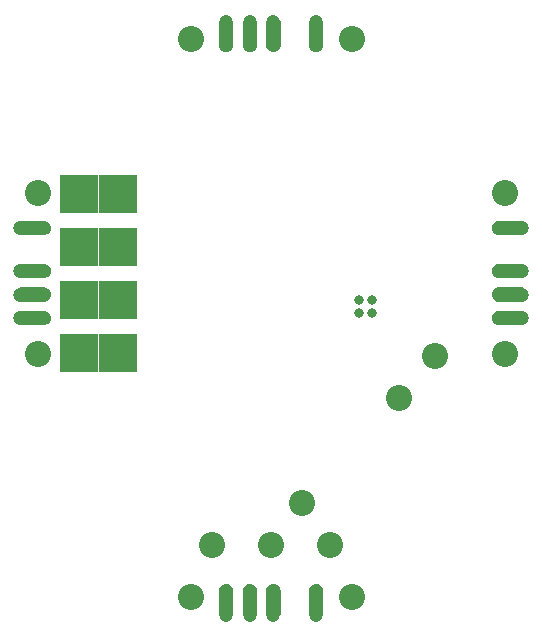
<source format=gbs>
G04*
G04 #@! TF.GenerationSoftware,Altium Limited,Altium Designer,23.8.1 (32)*
G04*
G04 Layer_Color=16711935*
%FSLAX44Y44*%
%MOMM*%
G71*
G04*
G04 #@! TF.SameCoordinates,1253C11B-B4F6-43D5-8584-102BFB41548A*
G04*
G04*
G04 #@! TF.FilePolarity,Negative*
G04*
G01*
G75*
%ADD124C,2.2032*%
%ADD125C,1.2032*%
%ADD126C,0.8032*%
%ADD132R,3.2032X3.2032*%
G36*
X44678Y25959D02*
X44808Y25933D01*
X44851Y25919D01*
X44934Y25891D01*
X44934Y25891D01*
X46772Y25129D01*
X46772Y25129D01*
X46891Y25071D01*
X47002Y24997D01*
X47102Y24909D01*
X48509Y23502D01*
X48509Y23502D01*
X48597Y23402D01*
X48671Y23291D01*
X48710Y23211D01*
X48730Y23172D01*
X48730Y23172D01*
X49491Y21334D01*
X49534Y21208D01*
X49559Y21077D01*
X49568Y20945D01*
Y19950D01*
Y-50D01*
X49559Y-183D01*
X49534Y-314D01*
X49491Y-440D01*
X49432Y-559D01*
X49358Y-670D01*
X49270Y-770D01*
X49170Y-858D01*
X49059Y-932D01*
X48940Y-991D01*
X48814Y-1033D01*
X48683Y-1059D01*
X48550Y-1068D01*
X38550D01*
X38417Y-1059D01*
X38286Y-1033D01*
X38160Y-991D01*
X38041Y-932D01*
X37930Y-858D01*
X37830Y-770D01*
X37742Y-670D01*
X37668Y-559D01*
X37609Y-440D01*
X37566Y-314D01*
X37541Y-183D01*
X37532Y-50D01*
Y19950D01*
Y20945D01*
X37541Y21077D01*
X37566Y21208D01*
X37609Y21334D01*
X38370Y23172D01*
X38370Y23172D01*
X38400Y23231D01*
X38429Y23291D01*
X38454Y23328D01*
X38503Y23402D01*
X38544Y23449D01*
X38591Y23502D01*
X38591Y23502D01*
X39998Y24909D01*
X39998Y24909D01*
X40098Y24997D01*
X40209Y25071D01*
X40289Y25110D01*
X40328Y25129D01*
X40328Y25129D01*
X42166Y25891D01*
X42292Y25933D01*
X42422Y25959D01*
X42555Y25968D01*
X44545D01*
D01*
X44545D01*
X44678Y25959D01*
D02*
G37*
G36*
X64678D02*
X64808Y25933D01*
X64851Y25919D01*
X64934Y25891D01*
X64934Y25891D01*
X66772Y25129D01*
X66772Y25129D01*
X66891Y25071D01*
X67002Y24997D01*
X67102Y24909D01*
X68509Y23502D01*
X68509Y23502D01*
X68597Y23402D01*
X68671Y23291D01*
X68710Y23211D01*
X68730Y23172D01*
X68730Y23172D01*
X69491Y21334D01*
X69534Y21208D01*
X69559Y21077D01*
X69568Y20945D01*
Y19950D01*
Y-50D01*
X69559Y-183D01*
X69534Y-314D01*
X69491Y-440D01*
X69432Y-559D01*
X69358Y-670D01*
X69270Y-770D01*
X69170Y-858D01*
X69059Y-932D01*
X68940Y-991D01*
X68814Y-1033D01*
X68683Y-1059D01*
X68550Y-1068D01*
X58550D01*
X58417Y-1059D01*
X58286Y-1033D01*
X58160Y-991D01*
X58041Y-932D01*
X57930Y-858D01*
X57830Y-770D01*
X57742Y-670D01*
X57668Y-559D01*
X57609Y-440D01*
X57566Y-314D01*
X57541Y-183D01*
X57532Y-50D01*
Y19950D01*
Y20945D01*
X57541Y21077D01*
X57566Y21208D01*
X57609Y21334D01*
X58370Y23172D01*
X58370Y23172D01*
X58400Y23231D01*
X58429Y23291D01*
X58454Y23328D01*
X58503Y23402D01*
X58545Y23449D01*
X58591Y23502D01*
X58591Y23502D01*
X59998Y24909D01*
X59998Y24909D01*
X60098Y24997D01*
X60209Y25071D01*
X60289Y25110D01*
X60328Y25129D01*
X60328Y25129D01*
X62166Y25891D01*
X62292Y25933D01*
X62423Y25959D01*
X62555Y25968D01*
X64545D01*
D01*
X64545D01*
X64678Y25959D01*
D02*
G37*
G36*
X-109873Y257010D02*
X-109742Y256984D01*
X-109616Y256941D01*
X-107778Y256180D01*
X-107778Y256180D01*
X-107739Y256160D01*
X-107659Y256121D01*
X-107548Y256047D01*
X-107448Y255959D01*
X-107448Y255959D01*
X-106041Y254552D01*
X-105953Y254452D01*
X-105879Y254341D01*
X-105821Y254222D01*
X-105821Y254222D01*
X-105059Y252384D01*
X-105059Y252384D01*
X-105031Y252301D01*
X-105016Y252258D01*
X-104991Y252127D01*
X-104982Y251995D01*
Y251995D01*
D01*
Y250005D01*
X-104991Y249873D01*
X-105016Y249742D01*
X-105059Y249616D01*
X-105821Y247778D01*
X-105821Y247778D01*
X-105840Y247739D01*
X-105879Y247659D01*
X-105953Y247548D01*
X-106041Y247448D01*
X-106041Y247448D01*
X-107448Y246041D01*
X-107448Y246041D01*
X-107501Y245994D01*
X-107548Y245954D01*
X-107622Y245904D01*
X-107659Y245879D01*
X-107719Y245850D01*
X-107778Y245821D01*
X-107778Y245821D01*
X-109616Y245059D01*
X-109742Y245017D01*
X-109873Y244991D01*
X-110005Y244982D01*
X-131000D01*
X-131133Y244991D01*
X-131264Y245017D01*
X-131390Y245059D01*
X-131509Y245118D01*
X-131620Y245192D01*
X-131720Y245280D01*
X-131808Y245380D01*
X-131882Y245491D01*
X-131941Y245610D01*
X-131983Y245737D01*
X-132009Y245867D01*
X-132018Y246000D01*
Y256000D01*
X-132009Y256133D01*
X-131983Y256264D01*
X-131941Y256390D01*
X-131882Y256509D01*
X-131808Y256620D01*
X-131720Y256720D01*
X-131620Y256808D01*
X-131509Y256882D01*
X-131390Y256941D01*
X-131264Y256984D01*
X-131133Y257010D01*
X-131000Y257018D01*
X-110005D01*
X-109873Y257010D01*
D02*
G37*
G36*
Y277010D02*
X-109742Y276984D01*
X-109616Y276941D01*
X-107778Y276180D01*
X-107778Y276180D01*
X-107739Y276160D01*
X-107659Y276121D01*
X-107548Y276047D01*
X-107448Y275959D01*
X-107448Y275959D01*
X-106041Y274552D01*
X-105953Y274452D01*
X-105879Y274341D01*
X-105821Y274222D01*
X-105821Y274222D01*
X-105059Y272384D01*
X-105059Y272384D01*
X-105031Y272301D01*
X-105016Y272258D01*
X-104991Y272127D01*
X-104982Y271995D01*
Y271995D01*
D01*
Y270005D01*
X-104991Y269873D01*
X-105016Y269742D01*
X-105059Y269616D01*
X-105821Y267778D01*
X-105821Y267778D01*
X-105840Y267739D01*
X-105879Y267659D01*
X-105953Y267548D01*
X-106041Y267448D01*
X-106041Y267448D01*
X-107448Y266042D01*
X-107448Y266041D01*
X-107501Y265994D01*
X-107548Y265954D01*
X-107622Y265904D01*
X-107659Y265879D01*
X-107719Y265850D01*
X-107778Y265821D01*
X-107778Y265821D01*
X-109616Y265059D01*
X-109742Y265017D01*
X-109873Y264991D01*
X-110005Y264982D01*
X-111000D01*
X-131000Y264982D01*
X-131133Y264991D01*
X-131264Y265017D01*
X-131390Y265059D01*
X-131509Y265118D01*
X-131620Y265192D01*
X-131720Y265280D01*
X-131808Y265380D01*
X-131882Y265491D01*
X-131941Y265610D01*
X-131983Y265737D01*
X-132009Y265867D01*
X-132018Y266000D01*
Y276000D01*
X-132009Y276133D01*
X-131983Y276264D01*
X-131941Y276390D01*
X-131882Y276509D01*
X-131808Y276620D01*
X-131720Y276720D01*
X-131620Y276808D01*
X-131509Y276882D01*
X-131390Y276941D01*
X-131264Y276984D01*
X-131133Y277010D01*
X-131000Y277018D01*
X-111000Y277018D01*
X-110005D01*
X-109873Y277010D01*
D02*
G37*
G36*
X84677Y25959D02*
X84808Y25933D01*
X84851Y25919D01*
X84934Y25891D01*
X84934Y25891D01*
X86772Y25129D01*
X86772Y25129D01*
X86891Y25071D01*
X87002Y24997D01*
X87102Y24909D01*
X88509Y23502D01*
X88509Y23502D01*
X88596Y23402D01*
X88671Y23291D01*
X88710Y23211D01*
X88729Y23172D01*
X88729Y23172D01*
X89491Y21334D01*
X89534Y21208D01*
X89559Y21077D01*
X89568Y20945D01*
Y19950D01*
Y-50D01*
X89559Y-183D01*
X89534Y-314D01*
X89491Y-440D01*
X89432Y-559D01*
X89358Y-670D01*
X89270Y-770D01*
X89170Y-858D01*
X89059Y-932D01*
X88940Y-991D01*
X88813Y-1033D01*
X88683Y-1059D01*
X88550Y-1068D01*
X78550D01*
X78417Y-1059D01*
X78286Y-1033D01*
X78160Y-991D01*
X78041Y-932D01*
X77930Y-858D01*
X77830Y-770D01*
X77742Y-670D01*
X77668Y-559D01*
X77609Y-440D01*
X77566Y-314D01*
X77540Y-183D01*
X77532Y-50D01*
Y19950D01*
Y20945D01*
X77540Y21077D01*
X77566Y21208D01*
X77609Y21334D01*
X78370Y23172D01*
X78370Y23172D01*
X78400Y23231D01*
X78429Y23291D01*
X78454Y23328D01*
X78503Y23402D01*
X78544Y23449D01*
X78591Y23502D01*
X78591Y23502D01*
X79998Y24909D01*
X79998Y24909D01*
X80098Y24997D01*
X80209Y25071D01*
X80289Y25110D01*
X80328Y25129D01*
X80328Y25129D01*
X82166Y25891D01*
X82292Y25933D01*
X82423Y25959D01*
X82555Y25968D01*
X84544D01*
D01*
X84545D01*
X84677Y25959D01*
D02*
G37*
G36*
X120878D02*
X121008Y25933D01*
X121051Y25919D01*
X121134Y25891D01*
X121134Y25891D01*
X122972Y25129D01*
X122972Y25129D01*
X123091Y25071D01*
X123202Y24997D01*
X123302Y24909D01*
X124709Y23502D01*
X124709Y23502D01*
X124796Y23402D01*
X124871Y23291D01*
X124910Y23211D01*
X124930Y23172D01*
X124930Y23172D01*
X125691Y21334D01*
X125733Y21208D01*
X125759Y21077D01*
X125768Y20945D01*
Y19950D01*
Y-50D01*
X125759Y-183D01*
X125733Y-314D01*
X125691Y-440D01*
X125632Y-559D01*
X125558Y-670D01*
X125470Y-770D01*
X125370Y-858D01*
X125259Y-932D01*
X125140Y-991D01*
X125014Y-1033D01*
X124883Y-1059D01*
X124750Y-1068D01*
X114750D01*
X114617Y-1059D01*
X114487Y-1033D01*
X114360Y-991D01*
X114241Y-932D01*
X114130Y-858D01*
X114030Y-770D01*
X113942Y-670D01*
X113868Y-559D01*
X113809Y-440D01*
X113766Y-314D01*
X113741Y-183D01*
X113732Y-50D01*
X113732Y19950D01*
Y20945D01*
X113741Y21077D01*
X113766Y21208D01*
X113809Y21334D01*
X114571Y23172D01*
X114571Y23172D01*
X114600Y23231D01*
X114629Y23291D01*
X114654Y23328D01*
X114703Y23402D01*
X114744Y23449D01*
X114791Y23502D01*
X114791Y23502D01*
X116198Y24909D01*
X116198Y24909D01*
X116298Y24997D01*
X116409Y25071D01*
X116489Y25110D01*
X116528Y25129D01*
X116528Y25129D01*
X118366Y25891D01*
X118492Y25933D01*
X118623Y25959D01*
X118755Y25968D01*
X120744D01*
D01*
X120745D01*
X120878Y25959D01*
D02*
G37*
G36*
X294433Y257010D02*
X294564Y256984D01*
X294690Y256941D01*
X294809Y256882D01*
X294920Y256808D01*
X295020Y256720D01*
X295108Y256620D01*
X295182Y256509D01*
X295241Y256390D01*
X295284Y256264D01*
X295310Y256133D01*
X295318Y256000D01*
Y246000D01*
X295310Y245867D01*
X295284Y245737D01*
X295241Y245610D01*
X295182Y245491D01*
X295108Y245380D01*
X295020Y245280D01*
X294920Y245192D01*
X294809Y245118D01*
X294690Y245059D01*
X294564Y245016D01*
X294433Y244991D01*
X294300Y244982D01*
X273305D01*
X273172Y244991D01*
X273042Y245016D01*
X272916Y245059D01*
X271078Y245821D01*
X271078Y245821D01*
X271019Y245850D01*
X270959Y245879D01*
X270922Y245904D01*
X270848Y245953D01*
X270801Y245994D01*
X270748Y246041D01*
X270748Y246041D01*
X269341Y247448D01*
X269341Y247448D01*
X269253Y247548D01*
X269179Y247659D01*
X269140Y247739D01*
X269121Y247778D01*
X269120Y247778D01*
X268359Y249616D01*
X268316Y249742D01*
X268291Y249873D01*
X268282Y250005D01*
Y251994D01*
X268291Y252127D01*
X268316Y252258D01*
X268359Y252384D01*
X269120Y254222D01*
X269121Y254222D01*
X269150Y254281D01*
X269179Y254341D01*
X269204Y254378D01*
X269253Y254452D01*
X269294Y254499D01*
X269341Y254552D01*
X269341Y254552D01*
X270748Y255959D01*
X270748Y255959D01*
X270848Y256047D01*
X270959Y256121D01*
X271039Y256160D01*
X271078Y256180D01*
X271078Y256180D01*
X272916Y256941D01*
X273042Y256984D01*
X273172Y257010D01*
X273305Y257018D01*
X294300D01*
X294433Y257010D01*
D02*
G37*
G36*
Y277010D02*
X294564Y276984D01*
X294690Y276941D01*
X294809Y276882D01*
X294920Y276808D01*
X295020Y276720D01*
X295108Y276620D01*
X295182Y276509D01*
X295241Y276390D01*
X295284Y276264D01*
X295310Y276133D01*
X295318Y276000D01*
Y266000D01*
X295310Y265867D01*
X295284Y265737D01*
X295241Y265610D01*
X295182Y265491D01*
X295108Y265380D01*
X295020Y265280D01*
X294920Y265192D01*
X294809Y265118D01*
X294690Y265059D01*
X294564Y265016D01*
X294433Y264991D01*
X294300Y264982D01*
X273305D01*
X273172Y264991D01*
X273042Y265016D01*
X272916Y265059D01*
X271078Y265821D01*
X271078Y265821D01*
X271019Y265850D01*
X270959Y265879D01*
X270922Y265904D01*
X270848Y265953D01*
X270801Y265994D01*
X270748Y266041D01*
X270748Y266041D01*
X269341Y267448D01*
X269341Y267448D01*
X269253Y267548D01*
X269179Y267659D01*
X269140Y267739D01*
X269121Y267778D01*
X269120Y267778D01*
X268359Y269616D01*
X268316Y269742D01*
X268291Y269873D01*
X268282Y270005D01*
Y271995D01*
X268291Y272127D01*
X268316Y272258D01*
X268359Y272384D01*
X269120Y274222D01*
X269121Y274222D01*
X269150Y274281D01*
X269179Y274341D01*
X269204Y274378D01*
X269253Y274452D01*
X269294Y274499D01*
X269341Y274552D01*
X269341Y274552D01*
X270748Y275959D01*
X270748Y275959D01*
X270848Y276047D01*
X270959Y276121D01*
X271039Y276160D01*
X271078Y276180D01*
X271078Y276180D01*
X272916Y276941D01*
X273042Y276984D01*
X273172Y277010D01*
X273305Y277018D01*
X294300D01*
X294433Y277010D01*
D02*
G37*
G36*
X-111000Y297018D02*
X-110005D01*
X-109873Y297010D01*
X-109742Y296984D01*
X-109616Y296941D01*
X-107778Y296180D01*
X-107778Y296180D01*
X-107739Y296160D01*
X-107659Y296121D01*
X-107548Y296047D01*
X-107448Y295959D01*
X-107448Y295959D01*
X-106041Y294552D01*
X-105953Y294452D01*
X-105879Y294341D01*
X-105821Y294222D01*
X-105821Y294222D01*
X-105059Y292384D01*
X-105059Y292384D01*
X-105031Y292301D01*
X-105016Y292258D01*
X-104991Y292127D01*
X-104982Y291995D01*
Y291994D01*
D01*
Y290005D01*
X-104991Y289872D01*
X-105016Y289742D01*
X-105059Y289616D01*
X-105821Y287778D01*
X-105821Y287778D01*
X-105840Y287739D01*
X-105879Y287659D01*
X-105953Y287548D01*
X-106041Y287448D01*
X-106041Y287448D01*
X-107448Y286041D01*
X-107448Y286041D01*
X-107501Y285994D01*
X-107548Y285953D01*
X-107622Y285904D01*
X-107659Y285879D01*
X-107719Y285850D01*
X-107778Y285821D01*
X-107778Y285821D01*
X-109616Y285059D01*
X-109742Y285016D01*
X-109873Y284991D01*
X-110005Y284982D01*
X-111000D01*
X-131000Y284982D01*
X-131133Y284991D01*
X-131264Y285017D01*
X-131390Y285059D01*
X-131509Y285118D01*
X-131620Y285192D01*
X-131720Y285280D01*
X-131808Y285380D01*
X-131882Y285491D01*
X-131941Y285610D01*
X-131983Y285737D01*
X-132009Y285867D01*
X-132018Y286000D01*
Y296000D01*
X-132009Y296133D01*
X-131983Y296264D01*
X-131941Y296390D01*
X-131882Y296509D01*
X-131808Y296620D01*
X-131720Y296720D01*
X-131620Y296808D01*
X-131509Y296882D01*
X-131390Y296941D01*
X-131264Y296984D01*
X-131133Y297010D01*
X-131000Y297018D01*
X-111000Y297018D01*
D02*
G37*
G36*
X-109873Y333209D02*
X-109742Y333184D01*
X-109616Y333141D01*
X-107778Y332380D01*
X-107778Y332379D01*
X-107739Y332360D01*
X-107659Y332321D01*
X-107548Y332247D01*
X-107448Y332159D01*
X-107448Y332159D01*
X-106041Y330752D01*
X-105953Y330652D01*
X-105879Y330541D01*
X-105821Y330422D01*
X-105821Y330422D01*
X-105059Y328584D01*
X-105059Y328584D01*
X-105031Y328501D01*
X-105016Y328458D01*
X-104991Y328327D01*
X-104982Y328195D01*
Y328195D01*
D01*
Y326205D01*
X-104991Y326073D01*
X-105016Y325942D01*
X-105059Y325816D01*
X-105821Y323978D01*
X-105821Y323978D01*
X-105840Y323939D01*
X-105879Y323859D01*
X-105953Y323748D01*
X-106041Y323648D01*
X-106041Y323648D01*
X-107448Y322242D01*
X-107448Y322241D01*
X-107501Y322195D01*
X-107548Y322154D01*
X-107622Y322104D01*
X-107659Y322080D01*
X-107719Y322050D01*
X-107778Y322021D01*
X-107778Y322020D01*
X-109616Y321259D01*
X-109742Y321217D01*
X-109873Y321191D01*
X-110005Y321182D01*
X-110999D01*
X-111000Y321182D01*
X-131000Y321182D01*
X-131133Y321190D01*
X-131264Y321217D01*
X-131390Y321259D01*
X-131509Y321318D01*
X-131620Y321392D01*
X-131720Y321480D01*
X-131808Y321580D01*
X-131882Y321691D01*
X-131941Y321810D01*
X-131983Y321936D01*
X-132009Y322067D01*
X-132018Y322200D01*
Y332200D01*
X-132009Y332333D01*
X-131983Y332463D01*
X-131941Y332590D01*
X-131882Y332709D01*
X-131808Y332820D01*
X-131720Y332920D01*
X-131620Y333008D01*
X-131509Y333082D01*
X-131390Y333141D01*
X-131264Y333184D01*
X-131133Y333209D01*
X-131000Y333218D01*
X-111000Y333218D01*
X-110005D01*
X-109873Y333209D01*
D02*
G37*
G36*
X48683Y503110D02*
X48814Y503083D01*
X48940Y503041D01*
X49059Y502982D01*
X49170Y502908D01*
X49270Y502820D01*
X49358Y502720D01*
X49432Y502609D01*
X49491Y502490D01*
X49534Y502364D01*
X49559Y502233D01*
X49568Y502100D01*
Y482100D01*
Y481105D01*
X49559Y480973D01*
X49534Y480842D01*
X49491Y480716D01*
X48730Y478878D01*
X48730Y478878D01*
X48710Y478839D01*
X48671Y478759D01*
X48597Y478648D01*
X48509Y478548D01*
X48509Y478548D01*
X47102Y477141D01*
X47102Y477141D01*
X47049Y477094D01*
X47002Y477053D01*
X46928Y477004D01*
X46891Y476979D01*
X46831Y476950D01*
X46772Y476921D01*
X46772Y476920D01*
X44934Y476159D01*
X44808Y476116D01*
X44677Y476091D01*
X44545Y476082D01*
X42555D01*
X42422Y476091D01*
X42292Y476116D01*
X42166Y476159D01*
X40328Y476920D01*
X40328Y476921D01*
X40289Y476940D01*
X40209Y476979D01*
X40098Y477053D01*
X39998Y477141D01*
X39998Y477141D01*
X38591Y478548D01*
X38591Y478548D01*
X38544Y478601D01*
X38503Y478648D01*
X38454Y478722D01*
X38429Y478759D01*
X38400Y478819D01*
X38370Y478878D01*
X38370Y478878D01*
X37609Y480716D01*
X37566Y480842D01*
X37541Y480973D01*
X37532Y481105D01*
Y482100D01*
Y502100D01*
X37541Y502233D01*
X37566Y502364D01*
X37609Y502490D01*
X37668Y502609D01*
X37742Y502720D01*
X37830Y502820D01*
X37930Y502908D01*
X38041Y502982D01*
X38160Y503041D01*
X38286Y503083D01*
X38417Y503110D01*
X38550Y503118D01*
X48550D01*
X48683Y503110D01*
D02*
G37*
G36*
X68683D02*
X68814Y503083D01*
X68940Y503041D01*
X69059Y502982D01*
X69170Y502908D01*
X69270Y502820D01*
X69358Y502720D01*
X69432Y502609D01*
X69491Y502490D01*
X69534Y502364D01*
X69559Y502233D01*
X69568Y502100D01*
Y482100D01*
Y481105D01*
X69559Y480973D01*
X69534Y480842D01*
X69491Y480716D01*
X68730Y478878D01*
X68730Y478878D01*
X68710Y478839D01*
X68671Y478759D01*
X68597Y478648D01*
X68509Y478548D01*
X68509Y478548D01*
X67102Y477141D01*
X67102Y477141D01*
X67049Y477094D01*
X67002Y477053D01*
X66928Y477004D01*
X66891Y476979D01*
X66831Y476950D01*
X66772Y476921D01*
X66772Y476920D01*
X64934Y476159D01*
X64808Y476116D01*
X64677Y476091D01*
X64545Y476082D01*
X62555D01*
X62423Y476091D01*
X62292Y476116D01*
X62166Y476159D01*
X60328Y476920D01*
X60328Y476921D01*
X60289Y476940D01*
X60209Y476979D01*
X60098Y477053D01*
X59998Y477141D01*
X59998Y477141D01*
X58591Y478548D01*
X58591Y478548D01*
X58545Y478601D01*
X58503Y478648D01*
X58454Y478722D01*
X58429Y478759D01*
X58400Y478819D01*
X58370Y478878D01*
X58370Y478878D01*
X57609Y480716D01*
X57566Y480842D01*
X57541Y480973D01*
X57532Y481105D01*
Y482100D01*
Y502100D01*
X57541Y502233D01*
X57566Y502364D01*
X57609Y502490D01*
X57668Y502609D01*
X57742Y502720D01*
X57830Y502820D01*
X57930Y502908D01*
X58041Y502982D01*
X58160Y503041D01*
X58286Y503083D01*
X58417Y503110D01*
X58550Y503118D01*
X68550D01*
X68683Y503110D01*
D02*
G37*
G36*
X294433Y297010D02*
X294564Y296984D01*
X294690Y296941D01*
X294809Y296882D01*
X294920Y296808D01*
X295020Y296720D01*
X295108Y296620D01*
X295182Y296509D01*
X295241Y296390D01*
X295284Y296264D01*
X295310Y296133D01*
X295318Y296000D01*
Y286000D01*
X295310Y285867D01*
X295284Y285737D01*
X295241Y285610D01*
X295182Y285491D01*
X295108Y285380D01*
X295020Y285280D01*
X294920Y285192D01*
X294809Y285118D01*
X294690Y285059D01*
X294564Y285016D01*
X294433Y284991D01*
X294300Y284982D01*
X273305D01*
X273172Y284991D01*
X273042Y285016D01*
X272916Y285059D01*
X271078Y285821D01*
X271078Y285821D01*
X271019Y285850D01*
X270959Y285879D01*
X270922Y285904D01*
X270848Y285953D01*
X270801Y285994D01*
X270748Y286041D01*
X270748Y286041D01*
X269341Y287448D01*
X269341Y287448D01*
X269253Y287548D01*
X269179Y287659D01*
X269140Y287739D01*
X269121Y287778D01*
X269120Y287778D01*
X268359Y289616D01*
X268316Y289742D01*
X268291Y289872D01*
X268282Y290005D01*
Y291994D01*
X268291Y292127D01*
X268316Y292258D01*
X268359Y292384D01*
X269120Y294222D01*
X269121Y294222D01*
X269150Y294281D01*
X269179Y294341D01*
X269204Y294378D01*
X269253Y294452D01*
X269294Y294499D01*
X269341Y294552D01*
X269341Y294552D01*
X270748Y295959D01*
X270748Y295959D01*
X270848Y296047D01*
X270959Y296121D01*
X271039Y296160D01*
X271078Y296180D01*
X271078Y296180D01*
X272916Y296941D01*
X273042Y296984D01*
X273172Y297010D01*
X273305Y297018D01*
X294300D01*
X294433Y297010D01*
D02*
G37*
G36*
Y333209D02*
X294564Y333184D01*
X294690Y333141D01*
X294809Y333082D01*
X294920Y333008D01*
X295020Y332920D01*
X295108Y332820D01*
X295182Y332709D01*
X295241Y332590D01*
X295284Y332463D01*
X295310Y332333D01*
X295318Y332200D01*
Y322200D01*
X295310Y322067D01*
X295284Y321936D01*
X295241Y321810D01*
X295182Y321691D01*
X295108Y321580D01*
X295020Y321480D01*
X294920Y321392D01*
X294809Y321318D01*
X294690Y321259D01*
X294564Y321217D01*
X294433Y321190D01*
X294300Y321182D01*
X273305D01*
X273172Y321190D01*
X273042Y321217D01*
X272916Y321259D01*
X271078Y322020D01*
X271078Y322020D01*
X271019Y322050D01*
X270959Y322079D01*
X270922Y322104D01*
X270848Y322153D01*
X270801Y322195D01*
X270748Y322241D01*
X270748Y322241D01*
X269341Y323648D01*
X269341Y323648D01*
X269253Y323748D01*
X269179Y323859D01*
X269140Y323939D01*
X269121Y323978D01*
X269120Y323978D01*
X268359Y325816D01*
X268316Y325942D01*
X268291Y326073D01*
X268282Y326205D01*
Y328195D01*
X268291Y328327D01*
X268316Y328458D01*
X268359Y328584D01*
X269120Y330422D01*
X269121Y330422D01*
X269150Y330481D01*
X269179Y330541D01*
X269204Y330578D01*
X269253Y330652D01*
X269294Y330699D01*
X269341Y330752D01*
X269341Y330752D01*
X270748Y332159D01*
X270748Y332159D01*
X270848Y332247D01*
X270959Y332321D01*
X271039Y332360D01*
X271078Y332379D01*
X271078Y332379D01*
X272916Y333141D01*
X273042Y333184D01*
X273172Y333209D01*
X273305Y333218D01*
X294300D01*
X294433Y333209D01*
D02*
G37*
G36*
X88683Y503110D02*
X88813Y503083D01*
X88940Y503041D01*
X89059Y502982D01*
X89170Y502908D01*
X89270Y502820D01*
X89358Y502720D01*
X89432Y502609D01*
X89491Y502490D01*
X89534Y502364D01*
X89559Y502233D01*
X89568Y502100D01*
Y482100D01*
Y481105D01*
X89559Y480973D01*
X89534Y480842D01*
X89491Y480716D01*
X88729Y478878D01*
X88729Y478878D01*
X88710Y478839D01*
X88671Y478759D01*
X88596Y478648D01*
X88509Y478548D01*
X88509Y478548D01*
X87102Y477141D01*
X87102Y477141D01*
X87049Y477094D01*
X87002Y477053D01*
X86928Y477004D01*
X86891Y476979D01*
X86831Y476950D01*
X86772Y476921D01*
X86772Y476920D01*
X84934Y476159D01*
X84808Y476116D01*
X84677Y476091D01*
X84544Y476082D01*
X82555D01*
X82423Y476091D01*
X82292Y476116D01*
X82166Y476159D01*
X80328Y476920D01*
X80328Y476921D01*
X80289Y476940D01*
X80209Y476979D01*
X80098Y477053D01*
X79998Y477141D01*
X79998Y477141D01*
X78591Y478548D01*
X78591Y478548D01*
X78544Y478601D01*
X78503Y478648D01*
X78454Y478722D01*
X78429Y478759D01*
X78400Y478819D01*
X78370Y478878D01*
X78370Y478878D01*
X77609Y480716D01*
X77566Y480842D01*
X77540Y480973D01*
X77532Y481105D01*
Y482100D01*
Y502100D01*
X77540Y502233D01*
X77566Y502364D01*
X77609Y502490D01*
X77668Y502609D01*
X77742Y502720D01*
X77830Y502820D01*
X77930Y502908D01*
X78041Y502982D01*
X78160Y503041D01*
X78286Y503083D01*
X78417Y503110D01*
X78550Y503118D01*
X88550D01*
X88683Y503110D01*
D02*
G37*
G36*
X124883D02*
X125014Y503083D01*
X125140Y503041D01*
X125259Y502982D01*
X125370Y502908D01*
X125470Y502820D01*
X125558Y502720D01*
X125632Y502609D01*
X125691Y502490D01*
X125733Y502364D01*
X125759Y502233D01*
X125768Y502100D01*
Y482100D01*
Y481105D01*
X125759Y480973D01*
X125733Y480842D01*
X125691Y480716D01*
X124930Y478878D01*
X124930Y478878D01*
X124910Y478839D01*
X124871Y478759D01*
X124796Y478648D01*
X124709Y478548D01*
X124709Y478548D01*
X123302Y477141D01*
X123302Y477141D01*
X123249Y477094D01*
X123202Y477053D01*
X123128Y477004D01*
X123091Y476979D01*
X123031Y476950D01*
X122972Y476921D01*
X122972Y476920D01*
X121134Y476159D01*
X121008Y476116D01*
X120877Y476091D01*
X120744Y476082D01*
X118755D01*
X118623Y476091D01*
X118492Y476116D01*
X118366Y476159D01*
X116528Y476920D01*
X116528Y476921D01*
X116489Y476940D01*
X116409Y476979D01*
X116298Y477053D01*
X116198Y477141D01*
X116198Y477141D01*
X114791Y478548D01*
X114791Y478548D01*
X114744Y478601D01*
X114703Y478648D01*
X114654Y478722D01*
X114629Y478759D01*
X114600Y478819D01*
X114571Y478878D01*
X114571Y478878D01*
X113809Y480716D01*
X113766Y480842D01*
X113741Y480973D01*
X113732Y481105D01*
Y482100D01*
Y502100D01*
X113741Y502233D01*
X113766Y502364D01*
X113809Y502490D01*
X113868Y502609D01*
X113942Y502720D01*
X114030Y502820D01*
X114130Y502908D01*
X114241Y502982D01*
X114360Y503041D01*
X114487Y503083D01*
X114617Y503110D01*
X114750Y503118D01*
X124750D01*
X124883Y503110D01*
D02*
G37*
D124*
X189650Y183100D02*
D03*
X220491Y219093D02*
D03*
X149750Y487100D02*
D03*
X13550D02*
D03*
X-116000Y221000D02*
D03*
Y357200D02*
D03*
X13550Y14950D02*
D03*
X149750D02*
D03*
X279300Y221000D02*
D03*
Y357200D02*
D03*
X107394Y94462D02*
D03*
X31650Y59100D02*
D03*
X81650D02*
D03*
X131650D02*
D03*
D125*
X43550Y502100D02*
D03*
X83550D02*
D03*
X119750D02*
D03*
X63550D02*
D03*
X-131000Y271000D02*
D03*
Y327200D02*
D03*
Y291000D02*
D03*
Y251000D02*
D03*
X63550Y-50D02*
D03*
X119750D02*
D03*
X83550D02*
D03*
X43550D02*
D03*
X294300Y271000D02*
D03*
Y327200D02*
D03*
Y291000D02*
D03*
Y251000D02*
D03*
D126*
X167178Y266572D02*
D03*
X156178Y266628D02*
D03*
X156122Y255628D02*
D03*
X167122Y255572D02*
D03*
D132*
X-48113Y221396D02*
D03*
X-81114D02*
D03*
X-48113Y266396D02*
D03*
X-81114D02*
D03*
X-48113Y311396D02*
D03*
X-81114D02*
D03*
X-48113Y356396D02*
D03*
X-81114D02*
D03*
M02*

</source>
